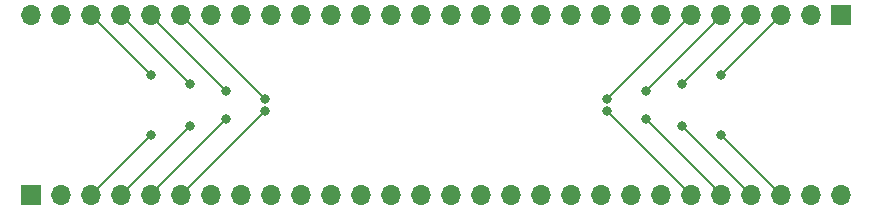
<source format=gbr>
G04 #@! TF.GenerationSoftware,KiCad,Pcbnew,(5.1.4)-1*
G04 #@! TF.CreationDate,2019-11-16T17:38:58+00:00*
G04 #@! TF.ProjectId,io-breakout,696f2d62-7265-4616-9b6f-75742e6b6963,rev?*
G04 #@! TF.SameCoordinates,Original*
G04 #@! TF.FileFunction,Copper,L2,Bot*
G04 #@! TF.FilePolarity,Positive*
%FSLAX46Y46*%
G04 Gerber Fmt 4.6, Leading zero omitted, Abs format (unit mm)*
G04 Created by KiCad (PCBNEW (5.1.4)-1) date 2019-11-16 17:38:58*
%MOMM*%
%LPD*%
G04 APERTURE LIST*
%ADD10O,1.700000X1.700000*%
%ADD11R,1.700000X1.700000*%
%ADD12C,0.800000*%
%ADD13C,0.150000*%
G04 APERTURE END LIST*
D10*
X104140000Y-53340000D03*
X106680000Y-53340000D03*
X109220000Y-53340000D03*
X111760000Y-53340000D03*
X114300000Y-53340000D03*
X116840000Y-53340000D03*
X119380000Y-53340000D03*
X121920000Y-53340000D03*
X124460000Y-53340000D03*
X127000000Y-53340000D03*
X129540000Y-53340000D03*
X132080000Y-53340000D03*
X134620000Y-53340000D03*
X137160000Y-53340000D03*
X139700000Y-53340000D03*
X142240000Y-53340000D03*
X144780000Y-53340000D03*
X147320000Y-53340000D03*
X149860000Y-53340000D03*
X152400000Y-53340000D03*
X154940000Y-53340000D03*
X157480000Y-53340000D03*
X160020000Y-53340000D03*
X162560000Y-53340000D03*
X165100000Y-53340000D03*
X167640000Y-53340000D03*
X170180000Y-53340000D03*
D11*
X172720000Y-53340000D03*
D10*
X172720000Y-68580000D03*
X170180000Y-68580000D03*
X167640000Y-68580000D03*
X165100000Y-68580000D03*
X162560000Y-68580000D03*
X160020000Y-68580000D03*
X157480000Y-68580000D03*
X154940000Y-68580000D03*
X152400000Y-68580000D03*
X149860000Y-68580000D03*
X147320000Y-68580000D03*
X144780000Y-68580000D03*
X142240000Y-68580000D03*
X139700000Y-68580000D03*
X137160000Y-68580000D03*
X134620000Y-68580000D03*
X132080000Y-68580000D03*
X129540000Y-68580000D03*
X127000000Y-68580000D03*
X124460000Y-68580000D03*
X121920000Y-68580000D03*
X119380000Y-68580000D03*
X116840000Y-68580000D03*
X114300000Y-68580000D03*
X111760000Y-68580000D03*
X109220000Y-68580000D03*
X106680000Y-68580000D03*
D11*
X104140000Y-68580000D03*
D12*
X162559992Y-63500008D03*
X159258000Y-62738012D03*
X156210000Y-62113012D03*
X152908000Y-61468000D03*
X123952000Y-61468000D03*
X120650000Y-62113012D03*
X117602000Y-62738012D03*
X114300008Y-63500008D03*
X114300008Y-58419992D03*
X117602000Y-59181988D03*
X120650000Y-59806988D03*
X123952000Y-60452000D03*
X152908000Y-60452000D03*
X156210000Y-59806988D03*
X159258000Y-59181988D03*
X162559992Y-58419992D03*
D13*
X167640000Y-68580000D02*
X162560000Y-63500000D01*
X165100000Y-68580000D02*
X159258012Y-62738012D01*
X156210000Y-62113012D02*
X162560000Y-68463012D01*
X160020000Y-68580000D02*
X152908000Y-61468000D01*
X116840000Y-68580000D02*
X123952000Y-61468000D01*
X114300000Y-68463012D02*
X114300000Y-68580000D01*
X120650000Y-62113012D02*
X114300000Y-68463012D01*
X117601988Y-62738012D02*
X117602000Y-62738012D01*
X111760000Y-68580000D02*
X117601988Y-62738012D01*
X109220000Y-68580000D02*
X114300000Y-63500000D01*
X114300000Y-63500000D02*
X114300008Y-63500008D01*
X109220000Y-53340000D02*
X114300000Y-58420000D01*
X111760000Y-53340000D02*
X117601988Y-59181988D01*
X120650000Y-59806988D02*
X114300000Y-53456988D01*
X116840000Y-53340000D02*
X123952000Y-60452000D01*
X160020000Y-53340000D02*
X152908000Y-60452000D01*
X162560000Y-53456988D02*
X162560000Y-53340000D01*
X156210000Y-59806988D02*
X162560000Y-53456988D01*
X159258012Y-59181988D02*
X159258000Y-59181988D01*
X165100000Y-53340000D02*
X159258012Y-59181988D01*
X167640000Y-53340000D02*
X162560000Y-58420000D01*
X162560000Y-58420000D02*
X162559992Y-58419992D01*
M02*

</source>
